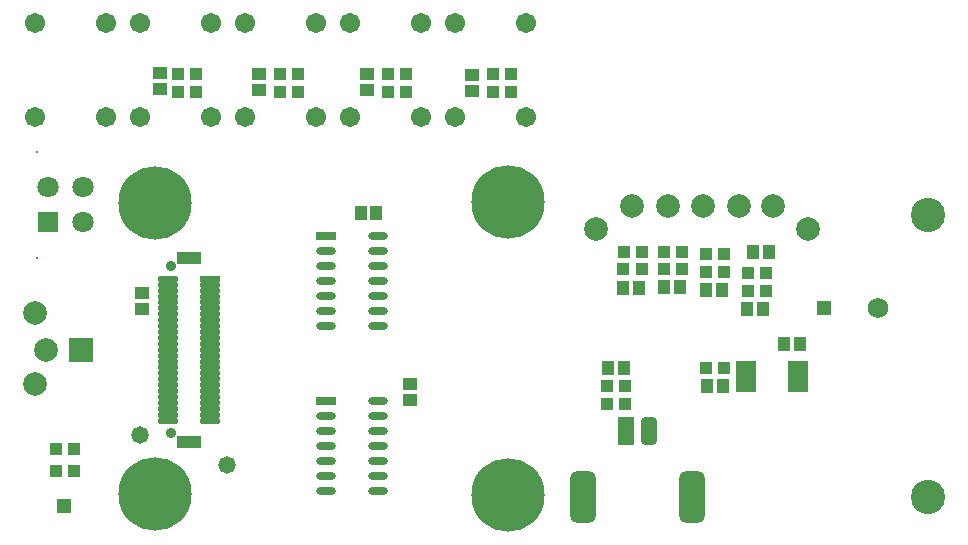
<source format=gts>
G04*
G04 #@! TF.GenerationSoftware,Altium Limited,Altium Designer,19.1.9 (167)*
G04*
G04 Layer_Color=8388736*
%FSLAX25Y25*%
%MOIN*%
G70*
G01*
G75*
%ADD32C,0.24422*%
%ADD33R,0.07887X0.03950*%
%ADD34O,0.07099X0.01981*%
%ADD35R,0.07099X0.01981*%
%ADD36R,0.04737X0.04737*%
%ADD37R,0.04143X0.04537*%
%ADD38R,0.04147X0.04147*%
%ADD39R,0.04147X0.04147*%
%ADD40R,0.04537X0.04143*%
%ADD41R,0.06509X0.02572*%
G04:AMPARAMS|DCode=42|XSize=86.74mil|YSize=173.35mil|CornerRadius=23.68mil|HoleSize=0mil|Usage=FLASHONLY|Rotation=0.000|XOffset=0mil|YOffset=0mil|HoleType=Round|Shape=RoundedRectangle|*
%AMROUNDEDRECTD42*
21,1,0.08674,0.12598,0,0,0.0*
21,1,0.03937,0.17335,0,0,0.0*
1,1,0.04737,0.01968,-0.06299*
1,1,0.04737,-0.01968,-0.06299*
1,1,0.04737,-0.01968,0.06299*
1,1,0.04737,0.01968,0.06299*
%
%ADD42ROUNDEDRECTD42*%
%ADD43R,0.05524X0.09461*%
G04:AMPARAMS|DCode=44|XSize=55.24mil|YSize=94.61mil|CornerRadius=15.81mil|HoleSize=0mil|Usage=FLASHONLY|Rotation=0.000|XOffset=0mil|YOffset=0mil|HoleType=Round|Shape=RoundedRectangle|*
%AMROUNDEDRECTD44*
21,1,0.05524,0.06299,0,0,0.0*
21,1,0.02362,0.09461,0,0,0.0*
1,1,0.03162,0.01181,-0.03150*
1,1,0.03162,-0.01181,-0.03150*
1,1,0.03162,-0.01181,0.03150*
1,1,0.03162,0.01181,0.03150*
%
%ADD44ROUNDEDRECTD44*%
%ADD45R,0.03950X0.03950*%
%ADD46O,0.06509X0.02572*%
%ADD47C,0.00800*%
%ADD48C,0.07887*%
%ADD49R,0.07887X0.07887*%
%ADD50C,0.07099*%
%ADD51R,0.07099X0.07099*%
%ADD52C,0.06800*%
%ADD53C,0.03556*%
%ADD54C,0.11430*%
%ADD55C,0.06706*%
%ADD56C,0.05800*%
D32*
X163953Y110268D02*
D03*
X46500Y110000D02*
D03*
X164000Y12500D02*
D03*
X46500Y13000D02*
D03*
D33*
X57653Y91764D02*
D03*
Y30347D02*
D03*
D34*
X50567Y84677D02*
D03*
Y82709D02*
D03*
Y80740D02*
D03*
Y78772D02*
D03*
Y76803D02*
D03*
Y74835D02*
D03*
Y72866D02*
D03*
Y70898D02*
D03*
Y68929D02*
D03*
Y66961D02*
D03*
Y64992D02*
D03*
Y63024D02*
D03*
Y61055D02*
D03*
Y59087D02*
D03*
Y57118D02*
D03*
Y55150D02*
D03*
Y53181D02*
D03*
Y51213D02*
D03*
Y49244D02*
D03*
Y47276D02*
D03*
Y45307D02*
D03*
Y43339D02*
D03*
Y41370D02*
D03*
Y39402D02*
D03*
Y37433D02*
D03*
X64740D02*
D03*
Y39402D02*
D03*
Y41370D02*
D03*
Y43339D02*
D03*
Y45307D02*
D03*
Y47276D02*
D03*
Y49244D02*
D03*
Y51213D02*
D03*
Y53181D02*
D03*
Y55150D02*
D03*
Y57118D02*
D03*
Y59087D02*
D03*
Y61055D02*
D03*
Y63024D02*
D03*
Y64992D02*
D03*
Y66961D02*
D03*
Y68929D02*
D03*
Y70898D02*
D03*
Y72866D02*
D03*
Y74835D02*
D03*
Y76803D02*
D03*
Y78772D02*
D03*
Y80740D02*
D03*
Y82709D02*
D03*
D35*
Y84677D02*
D03*
D36*
X269500Y75000D02*
D03*
X16000Y9000D02*
D03*
D37*
X235315Y81000D02*
D03*
X230000D02*
D03*
X243747Y74510D02*
D03*
X249062D02*
D03*
X245693Y93479D02*
D03*
X251008D02*
D03*
X216000Y82000D02*
D03*
X221315D02*
D03*
X207575Y81575D02*
D03*
X202260D02*
D03*
X261315Y63000D02*
D03*
X256000D02*
D03*
X197343Y55000D02*
D03*
X202658D02*
D03*
X230343Y49000D02*
D03*
X235658D02*
D03*
X114842Y106500D02*
D03*
X120158D02*
D03*
D38*
X230000Y87000D02*
D03*
X236102D02*
D03*
X230000Y93000D02*
D03*
X236102D02*
D03*
X250000Y80575D02*
D03*
X243898D02*
D03*
X250000Y86575D02*
D03*
X243898D02*
D03*
X222102Y88000D02*
D03*
X216000D02*
D03*
X222051Y93500D02*
D03*
X215949D02*
D03*
X202449Y88000D02*
D03*
X208551D02*
D03*
X202575Y93575D02*
D03*
X208677D02*
D03*
X203051Y49000D02*
D03*
X196949D02*
D03*
X203051Y43000D02*
D03*
X196949D02*
D03*
X236051Y55000D02*
D03*
X229949D02*
D03*
X19476Y28000D02*
D03*
X13374D02*
D03*
D39*
X165110Y147000D02*
D03*
Y153102D02*
D03*
X159110Y146898D02*
D03*
Y153000D02*
D03*
X130110Y147000D02*
D03*
Y153102D02*
D03*
X124110Y147000D02*
D03*
Y153102D02*
D03*
X94000Y146898D02*
D03*
Y153000D02*
D03*
X88000Y147000D02*
D03*
Y153102D02*
D03*
X60047Y147000D02*
D03*
Y153102D02*
D03*
X54047Y147000D02*
D03*
Y153102D02*
D03*
D40*
X152110Y147343D02*
D03*
Y152657D02*
D03*
X117000Y147685D02*
D03*
Y153000D02*
D03*
X81000Y147685D02*
D03*
Y153000D02*
D03*
X48000Y148000D02*
D03*
Y153315D02*
D03*
X131500Y49657D02*
D03*
Y44342D02*
D03*
X42000Y74685D02*
D03*
Y80000D02*
D03*
D41*
X260661Y48130D02*
D03*
Y50689D02*
D03*
Y53248D02*
D03*
Y55807D02*
D03*
X243339Y48130D02*
D03*
Y50689D02*
D03*
Y53248D02*
D03*
Y55807D02*
D03*
X103339Y44000D02*
D03*
Y99000D02*
D03*
D42*
X225220Y12000D02*
D03*
X189000D02*
D03*
D43*
X203173Y33968D02*
D03*
D44*
X211047D02*
D03*
D45*
X13500Y20547D02*
D03*
X19406D02*
D03*
D46*
X120662Y14000D02*
D03*
Y19000D02*
D03*
Y24000D02*
D03*
Y29000D02*
D03*
Y34000D02*
D03*
Y39000D02*
D03*
Y44000D02*
D03*
X103339Y14000D02*
D03*
Y19000D02*
D03*
Y24000D02*
D03*
Y29000D02*
D03*
Y34000D02*
D03*
Y39000D02*
D03*
X120662Y69000D02*
D03*
Y74000D02*
D03*
Y79000D02*
D03*
Y84000D02*
D03*
Y89000D02*
D03*
Y94000D02*
D03*
Y99000D02*
D03*
X103339Y69000D02*
D03*
Y74000D02*
D03*
Y79000D02*
D03*
Y84000D02*
D03*
Y89000D02*
D03*
Y94000D02*
D03*
D47*
X163953Y110268D02*
D03*
X46500Y110000D02*
D03*
X164000Y12500D02*
D03*
X46500Y13000D02*
D03*
X6988Y127122D02*
D03*
X6988Y91689D02*
D03*
D48*
X6299Y73205D02*
D03*
Y49583D02*
D03*
X10000Y61000D02*
D03*
X264161Y101284D02*
D03*
X193295D02*
D03*
X252350Y109000D02*
D03*
X240933D02*
D03*
X229122D02*
D03*
X217311D02*
D03*
X205500D02*
D03*
D49*
X21811Y61000D02*
D03*
D50*
X22500Y103500D02*
D03*
Y115311D02*
D03*
X10689D02*
D03*
D51*
Y103500D02*
D03*
D52*
X287500Y75000D02*
D03*
D53*
X51748Y88811D02*
D03*
Y33299D02*
D03*
D54*
X304000Y12000D02*
D03*
Y106000D02*
D03*
X45842Y110268D02*
D03*
X163953D02*
D03*
Y11842D02*
D03*
X45842D02*
D03*
D55*
X170000Y138504D02*
D03*
X146378D02*
D03*
Y170000D02*
D03*
X170000D02*
D03*
X135000Y138504D02*
D03*
X111378D02*
D03*
Y170000D02*
D03*
X135000D02*
D03*
X100000Y138504D02*
D03*
X76378D02*
D03*
Y170000D02*
D03*
X100000D02*
D03*
X65000Y138504D02*
D03*
X41378D02*
D03*
Y170000D02*
D03*
X65000D02*
D03*
X30000Y138504D02*
D03*
X6378D02*
D03*
Y170000D02*
D03*
X30000D02*
D03*
D56*
X70500Y22500D02*
D03*
X41500Y32500D02*
D03*
M02*

</source>
